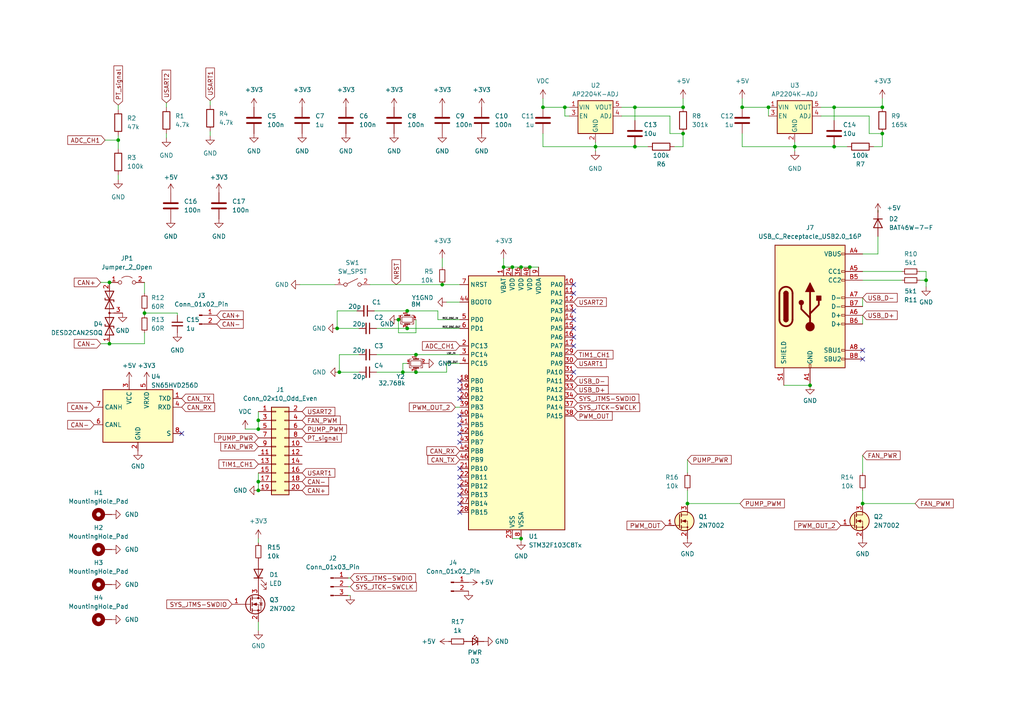
<source format=kicad_sch>
(kicad_sch (version 20230121) (generator eeschema)
  (paper "A4")
  (title_block (title "Cooling DAQ") (date "2025-10-10") (rev "v2025.10"))
  (lib_symbols
    (symbol "Connector:Conn_01x02_Pin" (pin_names (offset 1.016) hide)
      (property "Reference" "J" (at 0 2.54 0))
      (property "Value" "Conn_01x02_Pin" (at 0 -5.08 0))
      (symbol "Conn_01x02_Pin_1_1"
        (pin passive line (at 5.08 0 180) (length 3.81) (name "Pin_1") (number "1"))
        (pin passive line (at 5.08 -2.54 180) (length 3.81) (name "Pin_2") (number "2"))
      )
    )
    (symbol "Connector:Conn_01x03_Pin" (pin_names (offset 1.016) hide)
      (property "Reference" "J" (at 0 5.08 0))
      (property "Value" "Conn_01x03_Pin" (at 0 -5.08 0))
      (symbol "Conn_01x03_Pin_1_1"
        (pin passive line (at 5.08 2.54 180) (length 3.81) (name "Pin_1") (number "1"))
        (pin passive line (at 5.08 0 180) (length 3.81) (name "Pin_2") (number "2"))
        (pin passive line (at 5.08 -2.54 180) (length 3.81) (name "Pin_3") (number "3"))
      )
    )
    (symbol "Connector:USB_C_Receptacle_USB2.0_16P" (pin_names (offset 1.016))
      (property "Reference" "J" (at 0 22.225 0))
      (property "Value" "USB_C_Receptacle_USB2.0_16P" (at 0 19.685 0))
      (symbol "USB_C_Receptacle_USB2.0_16P_1_1"
        (pin passive line (at 0 -22.86 90) (length 5.08) (name "GND") (number "A1"))
        (pin passive line (at 0 -22.86 90) (length 5.08) hide (name "GND") (number "A12"))
        (pin passive line (at 15.24 15.24 180) (length 5.08) (name "VBUS") (number "A4"))
        (pin bidirectional line (at 15.24 10.16 180) (length 5.08) (name "CC1") (number "A5"))
        (pin bidirectional line (at 15.24 -2.54 180) (length 5.08) (name "D+") (number "A6"))
        (pin bidirectional line (at 15.24 2.54 180) (length 5.08) (name "D-") (number "A7"))
        (pin bidirectional line (at 15.24 -12.7 180) (length 5.08) (name "SBU1") (number "A8"))
        (pin passive line (at 15.24 15.24 180) (length 5.08) hide (name "VBUS") (number "A9"))
        (pin passive line (at 0 -22.86 90) (length 5.08) hide (name "GND") (number "B1"))
        (pin passive line (at 0 -22.86 90) (length 5.08) hide (name "GND") (number "B12"))
        (pin passive line (at 15.24 15.24 180) (length 5.08) hide (name "VBUS") (number "B4"))
        (pin bidirectional line (at 15.24 7.62 180) (length 5.08) (name "CC2") (number "B5"))
        (pin bidirectional line (at 15.24 -5.08 180) (length 5.08) (name "D+") (number "B6"))
        (pin bidirectional line (at 15.24 0 180) (length 5.08) (name "D-") (number "B7"))
        (pin bidirectional line (at 15.24 -15.24 180) (length 5.08) (name "SBU2") (number "B8"))
        (pin passive line (at 15.24 15.24 180) (length 5.08) hide (name "VBUS") (number "B9"))
        (pin passive line (at -7.62 -22.86 90) (length 5.08) (name "SHIELD") (number "S1"))
      )
    )
    (symbol "Connector_Generic:Conn_02x10_Odd_Even" (pin_names (offset 1.016) hide)
      (property "Reference" "J" (at 1.27 12.7 0))
      (property "Value" "Conn_02x10_Odd_Even" (at 1.27 -15.24 0))
      (symbol "Conn_02x10_Odd_Even_1_1"
        (pin passive line (at -5.08 10.16 0) (length 3.81) (name "Pin_1") (number "1"))
        (pin passive line (at 7.62 0 180) (length 3.81) (name "Pin_10") (number "10"))
        (pin passive line (at -5.08 -2.54 0) (length 3.81) (name "Pin_11") (number "11"))
        (pin passive line (at 7.62 -2.54 180) (length 3.81) (name "Pin_12") (number "12"))
        (pin passive line (at -5.08 -5.08 0) (length 3.81) (name "Pin_13") (number "13"))
        (pin passive line (at 7.62 -5.08 180) (length 3.81) (name "Pin_14") (number "14"))
        (pin passive line (at -5.08 -7.62 0) (length 3.81) (name "Pin_15") (number "15"))
        (pin passive line (at 7.62 -7.62 180) (length 3.81) (name "Pin_16") (number "16"))
        (pin passive line (at -5.08 -10.16 0) (length 3.81) (name "Pin_17") (number "17"))
        (pin passive line (at 7.62 -10.16 180) (length 3.81) (name "Pin_18") (number "18"))
        (pin passive line (at -5.08 -12.7 0) (length 3.81) (name "Pin_19") (number "19"))
        (pin passive line (at 7.62 10.16 180) (length 3.81) (name "Pin_2") (number "2"))
        (pin passive line (at 7.62 -12.7 180) (length 3.81) (name "Pin_20") (number "20"))
        (pin passive line (at -5.08 7.62 0) (length 3.81) (name "Pin_3") (number "3"))
        (pin passive line (at 7.62 7.62 180) (length 3.81) (name "Pin_4") (number "4"))
        (pin passive line (at -5.08 5.08 0) (length 3.81) (name "Pin_5") (number "5"))
        (pin passive line (at 7.62 5.08 180) (length 3.81) (name "Pin_6") (number "6"))
        (pin passive line (at -5.08 2.54 0) (length 3.81) (name "Pin_7") (number "7"))
        (pin passive line (at 7.62 2.54 180) (length 3.81) (name "Pin_8") (number "8"))
        (pin passive line (at -5.08 0 0) (length 3.81) (name "Pin_9") (number "9"))
      )
    )
    (symbol "Device:C" (pin_numbers hide) (pin_names (offset 0.254))
      (property "Reference" "C" (at 0.635 2.54 0))
      (property "Value" "C" (at 0.635 -2.54 0))
      (symbol "C_1_1"
        (pin passive line (at 0 3.81 270) (length 2.794) (name "~") (number "1"))
        (pin passive line (at 0 -3.81 90) (length 2.794) (name "~") (number "2"))
      )
    )
    (symbol "Device:C_Small" (pin_numbers hide) (pin_names (offset 0.254) hide)
      (property "Reference" "C" (at 0.254 1.778 0))
      (property "Value" "C_Small" (at 0.254 -2.032 0))
      (symbol "C_Small_1_1"
        (pin passive line (at 0 2.54 270) (length 2.032) (name "~") (number "1"))
        (pin passive line (at 0 -2.54 90) (length 2.032) (name "~") (number "2"))
      )
    )
    (symbol "Device:Crystal_GND24_Small" (pin_names (offset 1.016) hide)
      (property "Reference" "Y" (at 1.27 4.445 0))
      (property "Value" "Crystal_GND24_Small" (at 1.27 2.54 0))
      (symbol "Crystal_GND24_Small_1_1"
        (pin passive line (at -2.54 0 0) (length 1.27) (name "1") (number "1"))
        (pin passive line (at 0 -2.54 90) (length 0.635) (name "2") (number "2"))
        (pin passive line (at 2.54 0 180) (length 1.27) (name "3") (number "3"))
        (pin passive line (at 0 2.54 270) (length 0.635) (name "4") (number "4"))
      )
    )
    (symbol "Device:D_TVS_Dual_AAC" (pin_names (offset 1.016) hide)
      (property "Reference" "D" (at 0 4.445 0))
      (property "Value" "D_TVS_Dual_AAC" (at 0 2.54 0))
      (symbol "D_TVS_Dual_AAC_1_1"
        (pin passive line (at -8.89 0 0) (length 2.54) (name "A1") (number "1"))
        (pin passive line (at 8.89 0 180) (length 2.54) (name "A2") (number "2"))
        (pin passive line (at 0 -3.81 90) (length 2.54) (name "common") (number "3"))
      )
    )
    (symbol "Device:LED" (pin_numbers hide) (pin_names (offset 1.016) hide)
      (property "Reference" "D" (at 0 2.54 0))
      (property "Value" "LED" (at 0 -2.54 0))
      (symbol "LED_1_1"
        (pin passive line (at -3.81 0 0) (length 2.54) (name "K") (number "1"))
        (pin passive line (at 3.81 0 180) (length 2.54) (name "A") (number "2"))
      )
    )
    (symbol "Device:LED_Small" (pin_numbers hide) (pin_names (offset 0.254) hide)
      (property "Reference" "D" (at -1.27 3.175 0))
      (property "Value" "LED_Small" (at -4.445 -2.54 0))
      (symbol "LED_Small_1_1"
        (pin passive line (at -2.54 0 0) (length 1.778) (name "K") (number "1"))
        (pin passive line (at 2.54 0 180) (length 1.778) (name "A") (number "2"))
      )
    )
    (symbol "Device:R" (pin_numbers hide) (pin_names (offset 0))
      (property "Reference" "R" (at 2.032 0 90))
      (property "Value" "R" (at 0 0 90))
      (symbol "R_1_1"
        (pin passive line (at 0 3.81 270) (length 1.27) (name "~") (number "1"))
        (pin passive line (at 0 -3.81 90) (length 1.27) (name "~") (number "2"))
      )
    )
    (symbol "Device:R_Small" (pin_numbers hide) (pin_names (offset 0.254) hide)
      (property "Reference" "R" (at 0.762 0.508 0))
      (property "Value" "R_Small" (at 0.762 -1.016 0))
      (symbol "R_Small_1_1"
        (pin passive line (at 0 2.54 270) (length 0.762) (name "~") (number "1"))
        (pin passive line (at 0 -2.54 90) (length 0.762) (name "~") (number "2"))
      )
    )
    (symbol "Diode:1N4148W" (pin_numbers hide) (pin_names hide)
      (property "Reference" "D" (at 0 2.54 0))
      (property "Value" "1N4148W" (at 0 -2.54 0))
      (symbol "1N4148W_1_1"
        (pin passive line (at -3.81 0 0) (length 2.54) (name "K") (number "1"))
        (pin passive line (at 3.81 0 180) (length 2.54) (name "A") (number "2"))
      )
    )
    (symbol "Interface_CAN_LIN:SN65HVD256D"
      (property "Reference" "U" (at -8.89 8.89 0))
      (property "Value" "SN65HVD256D" (at 2.54 8.89 0))
      (symbol "SN65HVD256D_1_1"
        (pin input line (at -12.7 5.08 0) (length 2.54) (name "TXD") (number "1"))
        (pin power_in line (at 0 -10.16 90) (length 2.54) (name "GND") (number "2"))
        (pin power_in line (at 2.54 10.16 270) (length 2.54) (name "VCC") (number "3"))
        (pin output line (at -12.7 2.54 0) (length 2.54) (name "RXD") (number "4"))
        (pin power_in line (at -2.54 10.16 270) (length 2.54) (name "VRXD") (number "5"))
        (pin bidirectional line (at 12.7 -2.54 180) (length 2.54) (name "CANL") (number "6"))
        (pin bidirectional line (at 12.7 2.54 180) (length 2.54) (name "CANH") (number "7"))
        (pin input line (at -12.7 -5.08 0) (length 2.54) (name "S") (number "8"))
      )
    )
    (symbol "Jumper:Jumper_2_Open" (pin_names (offset 0) hide)
      (property "Reference" "JP" (at 0 2.794 0))
      (property "Value" "Jumper_2_Open" (at 0 -2.286 0))
      (symbol "Jumper_2_Open_1_1"
        (pin passive line (at -5.08 0 0) (length 2.54) (name "A") (number "1"))
        (pin passive line (at 5.08 0 180) (length 2.54) (name "B") (number "2"))
      )
    )
    (symbol "MCU_ST_STM32F1:STM32F103C8Tx"
      (property "Reference" "U" (at -12.7 39.37 0))
      (property "Value" "STM32F103C8Tx" (at 10.16 39.37 0))
      (symbol "STM32F103C8Tx_1_1"
        (pin power_in line (at -2.54 40.64 270) (length 2.54) (name "VBAT") (number "1"))
        (pin bidirectional line (at 17.78 35.56 180) (length 2.54) (name "PA0") (number "10"))
        (pin bidirectional line (at 17.78 33.02 180) (length 2.54) (name "PA1") (number "11"))
        (pin bidirectional line (at 17.78 30.48 180) (length 2.54) (name "PA2") (number "12"))
        (pin bidirectional line (at 17.78 27.94 180) (length 2.54) (name "PA3") (number "13"))
        (pin bidirectional line (at 17.78 25.4 180) (length 2.54) (name "PA4") (number "14"))
        (pin bidirectional line (at 17.78 22.86 180) (length 2.54) (name "PA5") (number "15"))
        (pin bidirectional line (at 17.78 20.32 180) (length 2.54) (name "PA6") (number "16"))
        (pin bidirectional line (at 17.78 17.78 180) (length 2.54) (name "PA7") (number "17"))
        (pin bidirectional line (at -15.24 7.62 0) (length 2.54) (name "PB0") (number "18"))
        (pin bidirectional line (at -15.24 5.08 0) (length 2.54) (name "PB1") (number "19"))
        (pin bidirectional line (at -15.24 17.78 0) (length 2.54) (name "PC13") (number "2"))
        (pin bidirectional line (at -15.24 2.54 0) (length 2.54) (name "PB2") (number "20"))
        (pin bidirectional line (at -15.24 -17.78 0) (length 2.54) (name "PB10") (number "21"))
        (pin bidirectional line (at -15.24 -20.32 0) (length 2.54) (name "PB11") (number "22"))
        (pin power_in line (at 0 -38.1 90) (length 2.54) (name "VSS") (number "23"))
        (pin power_in line (at 0 40.64 270) (length 2.54) (name "VDD") (number "24"))
        (pin bidirectional line (at -15.24 -22.86 0) (length 2.54) (name "PB12") (number "25"))
        (pin bidirectional line (at -15.24 -25.4 0) (length 2.54) (name "PB13") (number "26"))
        (pin bidirectional line (at -15.24 -27.94 0) (length 2.54) (name "PB14") (number "27"))
        (pin bidirectional line (at -15.24 -30.48 0) (length 2.54) (name "PB15") (number "28"))
        (pin bidirectional line (at 17.78 15.24 180) (length 2.54) (name "PA8") (number "29"))
        (pin bidirectional line (at -15.24 15.24 0) (length 2.54) (name "PC14") (number "3"))
        (pin bidirectional line (at 17.78 12.7 180) (length 2.54) (name "PA9") (number "30"))
        (pin bidirectional line (at 17.78 10.16 180) (length 2.54) (name "PA10") (number "31"))
        (pin bidirectional line (at 17.78 7.62 180) (length 2.54) (name "PA11") (number "32"))
        (pin bidirectional line (at 17.78 5.08 180) (length 2.54) (name "PA12") (number "33"))
        (pin bidirectional line (at 17.78 2.54 180) (length 2.54) (name "PA13") (number "34"))
        (pin passive line (at 0 -38.1 90) (length 2.54) hide (name "VSS") (number "35"))
        (pin power_in line (at 2.54 40.64 270) (length 2.54) (name "VDD") (number "36"))
        (pin bidirectional line (at 17.78 0 180) (length 2.54) (name "PA14") (number "37"))
        (pin bidirectional line (at 17.78 -2.54 180) (length 2.54) (name "PA15") (number "38"))
        (pin bidirectional line (at -15.24 0 0) (length 2.54) (name "PB3") (number "39"))
        (pin bidirectional line (at -15.24 12.7 0) (length 2.54) (name "PC15") (number "4"))
        (pin bidirectional line (at -15.24 -2.54 0) (length 2.54) (name "PB4") (number "40"))
        (pin bidirectional line (at -15.24 -5.08 0) (length 2.54) (name "PB5") (number "41"))
        (pin bidirectional line (at -15.24 -7.62 0) (length 2.54) (name "PB6") (number "42"))
        (pin bidirectional line (at -15.24 -10.16 0) (length 2.54) (name "PB7") (number "43"))
        (pin input line (at -15.24 30.48 0) (length 2.54) (name "BOOT0") (number "44"))
        (pin bidirectional line (at -15.24 -12.7 0) (length 2.54) (name "PB8") (number "45"))
        (pin bidirectional line (at -15.24 -15.24 0) (length 2.54) (name "PB9") (number "46"))
        (pin passive line (at 0 -38.1 90) (length 2.54) hide (name "VSS") (number "47"))
        (pin power_in line (at 5.08 40.64 270) (length 2.54) (name "VDD") (number "48"))
        (pin bidirectional line (at -15.24 25.4 0) (length 2.54) (name "PD0") (number "5"))
        (pin bidirectional line (at -15.24 22.86 0) (length 2.54) (name "PD1") (number "6"))
        (pin input line (at -15.24 35.56 0) (length 2.54) (name "NRST") (number "7"))
        (pin power_in line (at 2.54 -38.1 90) (length 2.54) (name "VSSA") (number "8"))
        (pin power_in line (at 7.62 40.64 270) (length 2.54) (name "VDDA") (number "9"))
      )
    )
    (symbol "Mechanical:MountingHole_Pad" (pin_numbers hide) (pin_names (offset 1.016) hide)
      (property "Reference" "H" (at 0 6.35 0))
      (property "Value" "MountingHole_Pad" (at 0 4.445 0))
      (symbol "MountingHole_Pad_1_1"
        (pin input line (at 0 -2.54 90) (length 2.54) (name "1") (number "1"))
      )
    )
    (symbol "PCM_Transistor_MOSFET_AKL:2N7002" (pin_names hide)
      (property "Reference" "Q" (at 5.08 1.27 0))
      (property "Value" "2N7002" (at 5.08 -1.27 0))
      (symbol "2N7002_1_1"
        (pin input line (at -3.81 -1.27 0) (length 2.54) (name "G") (number "1"))
        (pin passive line (at 2.54 -5.08 90) (length 2.54) (name "S") (number "2"))
        (pin passive line (at 2.54 5.08 270) (length 2.54) (name "D") (number "3"))
      )
    )
    (symbol "Regulator_Linear:AP2204K-ADJ" (pin_names (offset 0.254))
      (property "Reference" "U" (at -5.08 5.715 0))
      (property "Value" "AP2204K-ADJ" (at 0 5.715 0))
      (symbol "AP2204K-ADJ_1_1"
        (pin power_in line (at -7.62 2.54 0) (length 2.54) (name "VIN") (number "1"))
        (pin power_in line (at 0 -7.62 90) (length 2.54) (name "GND") (number "2"))
        (pin input line (at -7.62 0 0) (length 2.54) (name "EN") (number "3"))
        (pin input line (at 7.62 0 180) (length 2.54) (name "ADJ") (number "4"))
        (pin power_out line (at 7.62 2.54 180) (length 2.54) (name "VOUT") (number "5"))
      )
    )
    (symbol "Switch:SW_SPST" (pin_names (offset 0) hide)
      (property "Reference" "SW" (at 0 3.175 0))
      (property "Value" "SW_SPST" (at 0 -2.54 0))
      (symbol "SW_SPST_1_1"
        (pin passive line (at -5.08 0 0) (length 2.54) (name "A") (number "1"))
        (pin passive line (at 5.08 0 180) (length 2.54) (name "B") (number "2"))
      )
    )
    (symbol "Transistor_FET:2N7002" (pin_names hide)
      (property "Reference" "Q" (at 5.08 1.905 0))
      (property "Value" "2N7002" (at 5.08 0 0))
      (symbol "2N7002_1_1"
        (pin input line (at -5.08 0 0) (length 2.54) (name "G") (number "1"))
        (pin passive line (at 2.54 -5.08 90) (length 2.54) (name "S") (number "2"))
        (pin passive line (at 2.54 5.08 270) (length 2.54) (name "D") (number "3"))
      )
    )
    (symbol "power:+3V3" (power) (pin_names (offset 0))
      (property "Value" "+3V3" (at 0 3.556 0))
      (symbol "+3V3_1_1"
        (pin power_in line (at 0 0 90) (length 0) hide (name "+3V3") (number "1"))
      )
    )
    (symbol "power:+5V" (power) (pin_names (offset 0))
      (property "Value" "+5V" (at 0 3.556 0))
      (symbol "+5V_1_1"
        (pin power_in line (at 0 0 90) (length 0) hide (name "+5V") (number "1"))
      )
    )
    (symbol "power:GND" (power) (pin_names (offset 0))
      (property "Value" "GND" (at 0 -3.81 0))
      (symbol "GND_1_1"
        (pin power_in line (at 0 0 270) (length 0) hide (name "GND") (number "1"))
      )
    )
    (symbol "power:VDC" (power) (pin_names (offset 0))
      (property "Value" "VDC" (at 0 6.35 0))
      (symbol "VDC_1_1"
        (pin power_in line (at 0 0 90) (length 0) hide (name "VDC") (number "1"))
      )
    )
  )
  (junction (at 74.93 121.92))
  (junction (at 241.935 31.115))
  (junction (at 97.79 95.25))
  (junction (at 153.67 77.47))
  (junction (at 184.15 31.115))
  (junction (at 74.93 139.7))
  (junction (at 230.505 42.545))
  (junction (at 98.425 107.95))
  (junction (at 222.885 31.115))
  (junction (at 148.59 77.47))
  (junction (at 146.05 77.47))
  (junction (at 241.935 42.545))
  (junction (at 128.27 82.55))
  (junction (at 31.75 99.695))
  (junction (at 198.12 31.115))
  (junction (at 151.13 77.47))
  (junction (at 31.75 81.915))
  (junction (at 74.93 124.46))
  (junction (at 268.605 81.28))
  (junction (at 234.95 111.76))
  (junction (at 120.65 102.87))
  (junction (at 74.93 142.24))
  (junction (at 116.84 107.95))
  (junction (at 255.905 38.735))
  (junction (at 163.83 31.115))
  (junction (at 184.15 42.545))
  (junction (at 118.11 95.25))
  (junction (at 34.29 40.64))
  (junction (at 198.12 38.735))
  (junction (at 41.91 90.805))
  (junction (at 118.11 90.17))
  (junction (at 120.65 107.95))
  (junction (at 151.13 156.21))
  (junction (at 199.39 146.05))
  (junction (at 172.72 42.545))
  (junction (at 157.48 31.115))
  (junction (at 115.57 92.71))
  (junction (at 215.265 31.115))
  (junction (at 255.905 31.115))
  (junction (at 250.19 146.05))
  (no_connect (at 52.705 125.73))
  (no_connect (at 166.37 85.09))
  (no_connect (at 133.35 113.03))
  (no_connect (at 133.35 146.05))
  (no_connect (at 166.37 82.55))
  (no_connect (at 133.35 128.27))
  (no_connect (at 133.35 148.59))
  (no_connect (at 133.35 120.65))
  (no_connect (at 166.37 95.25))
  (no_connect (at 133.35 143.51))
  (no_connect (at 250.19 104.14))
  (no_connect (at 166.37 100.33))
  (no_connect (at 166.37 90.17))
  (no_connect (at 133.35 125.73))
  (no_connect (at 166.37 107.95))
  (no_connect (at 133.35 123.19))
  (no_connect (at 133.35 138.43))
  (no_connect (at 133.35 140.97))
  (no_connect (at 166.37 97.79))
  (no_connect (at 133.35 135.89))
  (no_connect (at 133.35 110.49))
  (no_connect (at 166.37 92.71))
  (no_connect (at 133.35 115.57))
  (no_connect (at 250.19 101.6))
  (wire (pts (xy 250.19 146.05) (xy 265.43 146.05)))
  (wire (pts (xy 107.315 82.55) (xy 128.27 82.55)))
  (wire (pts (xy 180.34 33.655) (xy 194.31 33.655)))
  (wire (pts (xy 100.965 170.18) (xy 101.6 170.18)))
  (wire (pts (xy 51.435 90.805) (xy 51.435 91.44)))
  (wire (pts (xy 268.605 78.74) (xy 268.605 81.28)))
  (wire (pts (xy 41.91 90.805) (xy 41.91 91.44)))
  (wire (pts (xy 74.93 137.16) (xy 74.93 139.7)))
  (wire (pts (xy 241.935 31.115) (xy 241.935 34.925)))
  (wire (pts (xy 163.83 33.655) (xy 165.1 33.655)))
  (wire (pts (xy 98.425 102.87) (xy 104.14 102.87)))
  (wire (pts (xy 74.93 156.21) (xy 74.93 157.48)))
  (wire (pts (xy 108.585 90.17) (xy 118.11 90.17)))
  (wire (pts (xy 100.965 172.72) (xy 101.6 172.72)))
  (wire (pts (xy 128.27 82.55) (xy 133.35 82.55)))
  (wire (pts (xy 163.83 31.115) (xy 165.1 31.115)))
  (wire (pts (xy 129.54 105.41) (xy 133.35 105.41)))
  (wire (pts (xy 151.13 77.47) (xy 153.67 77.47)))
  (wire (pts (xy 129.54 87.63) (xy 133.35 87.63)))
  (wire (pts (xy 127 92.71) (xy 127 90.17)))
  (wire (pts (xy 148.59 156.21) (xy 151.13 156.21)))
  (wire (pts (xy 198.12 28.575) (xy 198.12 31.115)))
  (wire (pts (xy 98.425 107.95) (xy 98.425 102.87)))
  (wire (pts (xy 74.93 182.88) (xy 74.93 180.34)))
  (wire (pts (xy 215.265 28.575) (xy 215.265 31.115)))
  (wire (pts (xy 74.93 119.38) (xy 74.93 121.92)))
  (wire (pts (xy 41.91 90.17) (xy 41.91 90.805)))
  (wire (pts (xy 157.48 38.735) (xy 157.48 42.545)))
  (wire (pts (xy 241.935 31.115) (xy 255.905 31.115)))
  (wire (pts (xy 180.34 31.115) (xy 184.15 31.115)))
  (wire (pts (xy 100.965 167.64) (xy 101.6 167.64)))
  (wire (pts (xy 198.12 42.545) (xy 198.12 38.735)))
  (wire (pts (xy 146.05 77.47) (xy 148.59 77.47)))
  (wire (pts (xy 172.72 41.275) (xy 172.72 42.545)))
  (wire (pts (xy 255.905 28.575) (xy 255.905 31.115)))
  (wire (pts (xy 97.79 95.25) (xy 97.79 90.17)))
  (wire (pts (xy 157.48 31.115) (xy 163.83 31.115)))
  (wire (pts (xy 163.83 31.115) (xy 163.83 33.655)))
  (wire (pts (xy 252.095 33.655) (xy 252.095 38.735)))
  (wire (pts (xy 34.29 39.37) (xy 34.29 40.64)))
  (wire (pts (xy 230.505 42.545) (xy 241.935 42.545)))
  (wire (pts (xy 98.425 107.95) (xy 104.14 107.95)))
  (wire (pts (xy 266.7 78.74) (xy 268.605 78.74)))
  (wire (pts (xy 41.91 99.695) (xy 41.91 96.52)))
  (wire (pts (xy 109.22 107.95) (xy 116.84 107.95)))
  (wire (pts (xy 238.125 33.655) (xy 252.095 33.655)))
  (wire (pts (xy 268.605 81.28) (xy 266.7 81.28)))
  (wire (pts (xy 120.65 92.71) (xy 120.65 96.52)))
  (wire (pts (xy 184.15 42.545) (xy 187.96 42.545)))
  (wire (pts (xy 60.96 38.1) (xy 60.96 39.37)))
  (wire (pts (xy 195.58 42.545) (xy 198.12 42.545)))
  (wire (pts (xy 148.59 77.47) (xy 151.13 77.47)))
  (wire (pts (xy 199.39 142.24) (xy 199.39 146.05)))
  (wire (pts (xy 250.19 81.28) (xy 261.62 81.28)))
  (wire (pts (xy 116.84 105.41) (xy 116.84 107.95)))
  (wire (pts (xy 34.29 50.8) (xy 34.29 52.07)))
  (wire (pts (xy 109.22 95.25) (xy 118.11 95.25)))
  (wire (pts (xy 31.75 99.695) (xy 41.91 99.695)))
  (wire (pts (xy 127 92.71) (xy 133.35 92.71)))
  (wire (pts (xy 230.505 42.545) (xy 230.505 43.815)))
  (wire (pts (xy 254.635 61.595) (xy 254.635 60.96)))
  (wire (pts (xy 238.125 31.115) (xy 241.935 31.115)))
  (wire (pts (xy 41.91 90.805) (xy 51.435 90.805)))
  (wire (pts (xy 172.72 42.545) (xy 184.15 42.545)))
  (wire (pts (xy 34.29 40.64) (xy 34.29 43.18)))
  (wire (pts (xy 215.265 31.115) (xy 222.885 31.115)))
  (wire (pts (xy 241.935 42.545) (xy 245.745 42.545)))
  (wire (pts (xy 199.39 146.05) (xy 214.63 146.05)))
  (wire (pts (xy 48.26 38.735) (xy 48.26 40.005)))
  (wire (pts (xy 120.65 102.87) (xy 133.35 102.87)))
  (wire (pts (xy 184.15 31.115) (xy 198.12 31.115)))
  (wire (pts (xy 74.93 139.7) (xy 74.93 142.24)))
  (wire (pts (xy 115.57 96.52) (xy 115.57 92.71)))
  (wire (pts (xy 109.22 102.87) (xy 120.65 102.87)))
  (wire (pts (xy 215.265 42.545) (xy 230.505 42.545)))
  (wire (pts (xy 60.96 29.21) (xy 60.96 30.48)))
  (wire (pts (xy 194.31 38.735) (xy 198.12 38.735)))
  (wire (pts (xy 199.39 137.16) (xy 199.39 133.35)))
  (wire (pts (xy 118.11 95.25) (xy 133.35 95.25)))
  (wire (pts (xy 230.505 41.275) (xy 230.505 42.545)))
  (wire (pts (xy 34.29 30.48) (xy 34.29 31.75)))
  (wire (pts (xy 118.11 90.17) (xy 127 90.17)))
  (wire (pts (xy 120.65 96.52) (xy 115.57 96.52)))
  (wire (pts (xy 184.15 31.115) (xy 184.15 34.925)))
  (wire (pts (xy 252.095 38.735) (xy 255.905 38.735)))
  (wire (pts (xy 132.08 118.11) (xy 133.35 118.11)))
  (wire (pts (xy 254.635 68.58) (xy 254.635 73.66)))
  (wire (pts (xy 151.13 156.21) (xy 151.13 156.845)))
  (wire (pts (xy 250.19 91.44) (xy 250.19 93.98)))
  (wire (pts (xy 129.54 107.95) (xy 129.54 105.41)))
  (wire (pts (xy 97.79 90.17) (xy 103.505 90.17)))
  (wire (pts (xy 71.12 124.46) (xy 74.93 124.46)))
  (wire (pts (xy 118.11 105.41) (xy 116.84 105.41)))
  (wire (pts (xy 194.31 33.655) (xy 194.31 38.735)))
  (wire (pts (xy 268.605 81.28) (xy 268.605 83.185)))
  (wire (pts (xy 48.26 29.845) (xy 48.26 31.115)))
  (wire (pts (xy 41.91 85.09) (xy 41.91 81.915)))
  (wire (pts (xy 86.995 82.55) (xy 97.155 82.55)))
  (wire (pts (xy 222.885 31.115) (xy 222.885 33.655)))
  (wire (pts (xy 146.05 74.93) (xy 146.05 77.47)))
  (wire (pts (xy 157.48 42.545) (xy 172.72 42.545)))
  (wire (pts (xy 120.65 107.95) (xy 129.54 107.95)))
  (wire (pts (xy 215.265 38.735) (xy 215.265 42.545)))
  (wire (pts (xy 254.635 73.66) (xy 250.19 73.66)))
  (wire (pts (xy 255.905 42.545) (xy 255.905 38.735)))
  (wire (pts (xy 30.48 40.64) (xy 34.29 40.64)))
  (wire (pts (xy 250.19 142.24) (xy 250.19 146.05)))
  (wire (pts (xy 116.84 107.95) (xy 120.65 107.95)))
  (wire (pts (xy 250.19 137.16) (xy 250.19 132.08)))
  (wire (pts (xy 172.72 42.545) (xy 172.72 43.815)))
  (wire (pts (xy 261.62 78.74) (xy 250.19 78.74)))
  (wire (pts (xy 29.21 81.915) (xy 31.75 81.915)))
  (wire (pts (xy 157.48 28.575) (xy 157.48 31.115)))
  (wire (pts (xy 128.27 74.93) (xy 128.27 77.47)))
  (wire (pts (xy 97.79 95.25) (xy 104.14 95.25)))
  (wire (pts (xy 227.33 111.76) (xy 234.95 111.76)))
  (wire (pts (xy 29.21 99.695) (xy 31.75 99.695)))
  (wire (pts (xy 74.93 121.92) (xy 74.93 124.46)))
  (wire (pts (xy 153.67 77.47) (xy 156.21 77.47)))
  (wire (pts (xy 253.365 42.545) (xy 255.905 42.545)))
  (wire (pts (xy 250.19 86.36) (xy 250.19 88.9)))
  (label "RCC_OSC_IN" (at 128.27 92.71 0) (effects (font (size 0.5 0.5))))
  (label "RCC_OSC_OUT" (at 128.27 95.25 0) (effects (font (size 0.5 0.5))))
  (label "LSE_IN" (at 129.54 102.87 0) (effects (font (size 0.5 0.5))))
  (label "LSE_OUT" (at 129.54 105.41 0) (effects (font (size 0.5 0.5))))
  (global_label "USART1" (shape input) (at 87.63 137.16 0) (property "Intersheetrefs" "${INTERSHEET_REFS}" (effects hide)))
  (global_label "CAN-" (shape input) (at 62.865 93.98 0) (property "Intersheetrefs" "${INTERSHEET_REFS}" (effects hide)))
  (global_label "USB_D-" (shape input) (at 250.19 86.36 0) (property "Intersheetrefs" "${INTERSHEET_REFS}" (effects hide)))
  (global_label "TIM1_CH1" (shape input) (at 166.37 102.87 0) (property "Intersheetrefs" "${INTERSHEET_REFS}" (effects hide)))
  (global_label "PT_signal" (shape input) (at 87.63 127 0) (property "Intersheetrefs" "${INTERSHEET_REFS}" (effects hide)))
  (global_label "USB_D+" (shape input) (at 250.19 91.44 0) (property "Intersheetrefs" "${INTERSHEET_REFS}" (effects hide)))
  (global_label "SYS_JTCK-SWCLK" (shape input) (at 101.6 170.18 0) (property "Intersheetrefs" "${INTERSHEET_REFS}" (effects hide)))
  (global_label "FAN_PWM" (shape input) (at 265.43 146.05 0) (property "Intersheetrefs" "${INTERSHEET_REFS}" (effects hide)))
  (global_label "CAN-" (shape input) (at 87.63 139.7 0) (property "Intersheetrefs" "${INTERSHEET_REFS}" (effects hide)))
  (global_label "FAN_PWR" (shape input) (at 74.93 129.54 180) (property "Intersheetrefs" "${INTERSHEET_REFS}" (effects hide)))
  (global_label "PWM_OUT" (shape input) (at 193.04 152.4 180) (property "Intersheetrefs" "${INTERSHEET_REFS}" (effects hide)))
  (global_label "SYS_JTMS-SWDIO" (shape input) (at 166.37 115.57 0) (property "Intersheetrefs" "${INTERSHEET_REFS}" (effects hide)))
  (global_label "CAN+" (shape input) (at 27.305 118.11 180) (property "Intersheetrefs" "${INTERSHEET_REFS}" (effects hide)))
  (global_label "PWM_OUT_2" (shape input) (at 243.84 152.4 180) (property "Intersheetrefs" "${INTERSHEET_REFS}" (effects hide)))
  (global_label "FAN_PWM" (shape input) (at 87.63 121.92 0) (property "Intersheetrefs" "${INTERSHEET_REFS}" (effects hide)))
  (global_label "PUMP_PWM" (shape input) (at 214.63 146.05 0) (property "Intersheetrefs" "${INTERSHEET_REFS}" (effects hide)))
  (global_label "NRST" (shape input) (at 114.935 82.55 90) (property "Intersheetrefs" "${INTERSHEET_REFS}" (effects hide)))
  (global_label "TIM1_CH1" (shape input) (at 74.93 134.62 180) (property "Intersheetrefs" "${INTERSHEET_REFS}" (effects hide)))
  (global_label "ADC_CH1" (shape input) (at 133.35 100.33 180) (property "Intersheetrefs" "${INTERSHEET_REFS}" (effects hide)))
  (global_label "CAN_RX" (shape input) (at 52.705 118.11 0) (property "Intersheetrefs" "${INTERSHEET_REFS}" (effects hide)))
  (global_label "USART1" (shape input) (at 60.96 29.21 90) (property "Intersheetrefs" "${INTERSHEET_REFS}" (effects hide)))
  (global_label "ADC_CH1" (shape input) (at 30.48 40.64 180) (property "Intersheetrefs" "${INTERSHEET_REFS}" (effects hide)))
  (global_label "USART2" (shape input) (at 48.26 29.845 90) (property "Intersheetrefs" "${INTERSHEET_REFS}" (effects hide)))
  (global_label "CAN+" (shape input) (at 62.865 91.44 0) (property "Intersheetrefs" "${INTERSHEET_REFS}" (effects hide)))
  (global_label "CAN_RX" (shape input) (at 133.35 130.81 180) (property "Intersheetrefs" "${INTERSHEET_REFS}" (effects hide)))
  (global_label "CAN-" (shape input) (at 29.21 99.695 180) (property "Intersheetrefs" "${INTERSHEET_REFS}" (effects hide)))
  (global_label "USART2" (shape input) (at 87.63 119.38 0) (property "Intersheetrefs" "${INTERSHEET_REFS}" (effects hide)))
  (global_label "PWM_OUT" (shape input) (at 166.37 120.65 0) (property "Intersheetrefs" "${INTERSHEET_REFS}" (effects hide)))
  (global_label "PUMP_PWM" (shape input) (at 87.63 124.46 0) (property "Intersheetrefs" "${INTERSHEET_REFS}" (effects hide)))
  (global_label "CAN+" (shape input) (at 87.63 142.24 0) (property "Intersheetrefs" "${INTERSHEET_REFS}" (effects hide)))
  (global_label "CAN_TX" (shape input) (at 52.705 115.57 0) (property "Intersheetrefs" "${INTERSHEET_REFS}" (effects hide)))
  (global_label "SYS_JTMS-SWDIO" (shape input) (at 101.6 167.64 0) (property "Intersheetrefs" "${INTERSHEET_REFS}" (effects hide)))
  (global_label "USART1" (shape input) (at 166.37 105.41 0) (property "Intersheetrefs" "${INTERSHEET_REFS}" (effects hide)))
  (global_label "PT_signal" (shape input) (at 34.29 30.48 90) (property "Intersheetrefs" "${INTERSHEET_REFS}" (effects hide)))
  (global_label "SYS_JTMS-SWDIO" (shape input) (at 67.31 175.26 180) (property "Intersheetrefs" "${INTERSHEET_REFS}" (effects hide)))
  (global_label "PUMP_PWR" (shape input) (at 199.39 133.35 0) (property "Intersheetrefs" "${INTERSHEET_REFS}" (effects hide)))
  (global_label "USB_D-" (shape input) (at 166.37 110.49 0) (property "Intersheetrefs" "${INTERSHEET_REFS}" (effects hide)))
  (global_label "USART2" (shape input) (at 166.37 87.63 0) (property "Intersheetrefs" "${INTERSHEET_REFS}" (effects hide)))
  (global_label "SYS_JTCK-SWCLK" (shape input) (at 166.37 118.11 0) (property "Intersheetrefs" "${INTERSHEET_REFS}" (effects hide)))
  (global_label "PUMP_PWR" (shape input) (at 74.93 127 180) (property "Intersheetrefs" "${INTERSHEET_REFS}" (effects hide)))
  (global_label "CAN-" (shape input) (at 27.305 123.19 180) (property "Intersheetrefs" "${INTERSHEET_REFS}" (effects hide)))
  (global_label "FAN_PWR" (shape input) (at 250.19 132.08 0) (property "Intersheetrefs" "${INTERSHEET_REFS}" (effects hide)))
  (global_label "CAN_TX" (shape input) (at 133.35 133.35 180) (property "Intersheetrefs" "${INTERSHEET_REFS}" (effects hide)))
  (global_label "CAN+" (shape input) (at 29.21 81.915 180) (property "Intersheetrefs" "${INTERSHEET_REFS}" (effects hide)))
  (global_label "USB_D+" (shape input) (at 166.37 113.03 0) (property "Intersheetrefs" "${INTERSHEET_REFS}" (effects hide)))
  (global_label "PWM_OUT_2" (shape input) (at 132.08 118.11 180) (property "Intersheetrefs" "${INTERSHEET_REFS}" (effects hide)))
  (symbol (lib_id "Device:C_Small") (at 51.435 93.98 0) (unit 1)
    (property "Reference" "C15" (at 53.975 92.7163 0) (effects (justify left)))
    (property "Value" "1u" (at 53.975 95.2563 0) (effects (justify left)))
    (property "Footprint" "Capacitor_SMD:C_0603_1608Metric" (effects hide))
  )
  (symbol (lib_id "Device:R_Small") (at 74.93 160.02 0) (unit 1)
    (property "Reference" "R15" (at 77.47 158.75 0) (effects (justify left)))
    (property "Value" "10k" (at 77.47 161.29 0) (effects (justify left)))
    (property "Footprint" "Resistor_SMD:R_0603_1608Metric" (effects hide))
  )
  (symbol (lib_id "Mechanical:MountingHole_Pad") (at 29.845 179.705 90) (unit 1)
    (property "Reference" "H4" (at 28.575 173.355 90))
    (property "Value" "MountingHole_Pad" (at 28.575 175.895 90))
    (property "Footprint" "MountingHole:MountingHole_3.2mm_M3_ISO14580_Pad" (effects hide))
  )
  (symbol (lib_id "Device:R_Small") (at 128.27 80.01 0) (unit 1)
    (property "Reference" "R5" (at 125.73 78.74 0) (effects (justify right)))
    (property "Value" "10k" (at 125.73 81.28 0) (effects (justify right)))
    (property "Footprint" "Resistor_SMD:R_0603_1608Metric" (effects hide))
  )
  (symbol (lib_id "Mechanical:MountingHole_Pad") (at 29.845 169.545 90) (unit 1)
    (property "Reference" "H3" (at 28.575 163.195 90))
    (property "Value" "MountingHole_Pad" (at 28.575 165.735 90))
    (property "Footprint" "MountingHole:MountingHole_3.2mm_M3_ISO14580_Pad" (effects hide))
  )
  (symbol (lib_id "power:GND") (at 230.505 43.815 0) (unit 1)
    (property "Reference" "#PWR043" (effects hide))
    (property "Value" "GND" (at 230.505 48.895 0))
  )
  (symbol (lib_id "power:+3V3") (at 74.93 156.21 0) (unit 1)
    (property "Reference" "#PWR08" (effects hide))
    (property "Value" "+3V3" (at 74.93 151.13 0))
  )
  (symbol (lib_id "Device:C") (at 157.48 34.925 0) (unit 1)
    (property "Reference" "C11" (at 151.13 33.655 0) (effects (justify left)))
    (property "Value" "1u" (at 152.4 36.195 0) (effects (justify left)))
    (property "Footprint" "Resistor_SMD:R_0603_1608Metric" (effects hide))
  )
  (symbol (lib_id "Device:LED") (at 74.93 166.37 90) (unit 1)
    (property "Reference" "D1" (at 78.105 166.6875 90) (effects (justify right)))
    (property "Value" "LED" (at 78.105 169.2275 90) (effects (justify right)))
    (property "Footprint" "LED_SMD:LED_0805_2012Metric" (effects hide))
  )
  (symbol (lib_id "power:+3V3") (at 128.27 31.115 0) (unit 1)
    (property "Reference" "#PWR035" (effects hide))
    (property "Value" "+3V3" (at 128.27 26.035 0))
  )
  (symbol (lib_id "power:GND") (at 73.66 38.735 0) (unit 1)
    (property "Reference" "#PWR028" (effects hide))
    (property "Value" "GND" (at 73.66 43.815 0))
  )
  (symbol (lib_id "PCM_Transistor_MOSFET_AKL:2N7002") (at 247.65 151.13 0) (unit 1)
    (property "Reference" "Q2" (at 253.365 149.86 0) (effects (justify left)))
    (property "Value" "2N7002" (at 253.365 152.4 0) (effects (justify left)))
    (property "Footprint" "Package_TO_SOT_SMD:SOT-23" (effects hide))
    (property "Datasheet" "https://www.tme.eu/Document/7df5cae36abdfcedddb681f5be886f05/2N7000.pdf" (effects hide))
  )
  (symbol (lib_id "Device:C") (at 87.63 34.925 0) (unit 1)
    (property "Reference" "C7" (at 91.44 33.655 0) (effects (justify left)))
    (property "Value" "1u" (at 91.44 36.195 0) (effects (justify left)))
    (property "Footprint" "Resistor_SMD:R_0603_1608Metric" (effects hide))
  )
  (symbol (lib_id "power:+3V3") (at 114.3 31.115 0) (unit 1)
    (property "Reference" "#PWR033" (effects hide))
    (property "Value" "+3V3" (at 114.3 26.035 0))
  )
  (symbol (lib_id "power:+3V3") (at 255.905 28.575 0) (unit 1)
    (property "Reference" "#PWR046" (effects hide))
    (property "Value" "+3V3" (at 255.905 23.495 0))
  )
  (symbol (lib_id "MCU_ST_STM32F1:STM32F103C8Tx") (at 148.59 118.11 0) (unit 1)
    (property "Reference" "U1" (at 153.3241 155.575 0) (effects (justify left)))
    (property "Value" "STM32F103C8Tx" (at 153.3241 158.115 0) (effects (justify left)))
    (property "Footprint" "Package_QFP:LQFP-48_7x7mm_P0.5mm" (effects hide))
    (property "Datasheet" "https://www.st.com/resource/en/datasheet/stm32f103c8.pdf" (effects hide))
  )
  (symbol (lib_id "Device:R_Small") (at 264.16 78.74 90) (unit 1)
    (property "Reference" "R10" (at 264.16 73.66 90))
    (property "Value" "5k1" (at 264.16 76.2 90))
    (property "Footprint" "Resistor_SMD:R_0603_1608Metric" (effects hide))
  )
  (symbol (lib_id "power:GND") (at 32.385 149.225 90) (unit 1)
    (property "Reference" "#PWR01" (effects hide))
    (property "Value" "GND" (at 36.195 149.225 90) (effects (justify right)))
  )
  (symbol (lib_id "power:+3V3") (at 100.33 31.115 0) (unit 1)
    (property "Reference" "#PWR029" (effects hide))
    (property "Value" "+3V3" (at 100.33 26.035 0))
  )
  (symbol (lib_id "power:+5V") (at 37.465 110.49 0) (unit 1)
    (property "Reference" "#PWR049" (effects hide))
    (property "Value" "+5V" (at 37.465 106.045 0))
  )
  (symbol (lib_id "Device:C") (at 241.935 38.735 0) (unit 1)
    (property "Reference" "C14" (at 244.475 36.195 0) (effects (justify left)))
    (property "Value" "10u" (at 244.475 38.735 0) (effects (justify left)))
    (property "Footprint" "Resistor_SMD:R_0805_2012Metric" (effects hide))
  )
  (symbol (lib_id "power:GND") (at 32.385 169.545 90) (unit 1)
    (property "Reference" "#PWR03" (effects hide))
    (property "Value" "GND" (at 36.195 169.545 90) (effects (justify right)))
  )
  (symbol (lib_id "power:+5V") (at 135.89 168.91 270) (unit 1)
    (property "Reference" "#PWR011" (effects hide))
    (property "Value" "+5V" (at 139.065 168.91 90) (effects (justify left)))
  )
  (symbol (lib_id "Device:C_Small") (at 106.68 107.95 270) (unit 1)
    (property "Reference" "C4" (at 109.855 106.045 90))
    (property "Value" "20p" (at 104.14 109.22 90))
    (property "Footprint" "Capacitor_SMD:C_0603_1608Metric" (effects hide))
  )
  (symbol (lib_id "Device:R_Small") (at 264.16 81.28 90) (mirror x) (unit 1)
    (property "Reference" "R11" (at 264.16 86.995 90))
    (property "Value" "5k1" (at 264.16 84.455 90))
    (property "Footprint" "Resistor_SMD:R_0603_1608Metric" (effects hide))
  )
  (symbol (lib_id "Device:R") (at 60.96 34.29 0) (unit 1)
    (property "Reference" "R4" (at 63.5 33.02 0) (effects (justify left)))
    (property "Value" "4.7k" (at 63.5 35.56 0) (effects (justify left)))
    (property "Footprint" "Resistor_SMD:R_0603_1608Metric" (effects hide))
  )
  (symbol (lib_id "Device:C") (at 100.33 34.925 0) (unit 1)
    (property "Reference" "C6" (at 104.14 33.655 0) (effects (justify left)))
    (property "Value" "100n" (at 104.14 36.195 0) (effects (justify left)))
    (property "Footprint" "Resistor_SMD:R_0603_1608Metric" (effects hide))
  )
  (symbol (lib_id "power:GND") (at 74.93 182.88 0) (unit 1)
    (property "Reference" "#PWR09" (effects hide))
    (property "Value" "GND" (at 74.93 187.325 0))
  )
  (symbol (lib_id "power:GND") (at 98.425 107.95 270) (unit 1)
    (property "Reference" "#PWR014" (effects hide))
    (property "Value" "GND" (at 94.615 107.95 90) (effects (justify right)))
  )
  (symbol (lib_id "power:+3V3") (at 42.545 110.49 0) (unit 1)
    (property "Reference" "#PWR051" (effects hide))
    (property "Value" "+3V3" (at 42.545 106.045 0))
  )
  (symbol (lib_id "power:GND") (at 34.29 52.07 0) (unit 1)
    (property "Reference" "#PWR06" (effects hide))
    (property "Value" "GND" (at 34.29 57.15 0))
  )
  (symbol (lib_id "power:GND") (at 32.385 159.385 90) (unit 1)
    (property "Reference" "#PWR02" (effects hide))
    (property "Value" "GND" (at 36.195 159.385 90) (effects (justify right)))
  )
  (symbol (lib_id "Mechanical:MountingHole_Pad") (at 29.845 159.385 90) (unit 1)
    (property "Reference" "H2" (at 28.575 153.035 90))
    (property "Value" "MountingHole_Pad" (at 28.575 155.575 90))
    (property "Footprint" "MountingHole:MountingHole_3.2mm_M3_ISO14580_Pad" (effects hide))
  )
  (symbol (lib_id "Connector:Conn_01x02_Pin") (at 57.785 91.44 0) (unit 1)
    (property "Reference" "J3" (at 58.42 85.725 0))
    (property "Value" "Conn_01x02_Pin" (at 58.42 88.265 0))
    (property "Footprint" "Connector_PinHeader_2.54mm:PinHeader_1x02_P2.54mm_Vertical" (effects hide))
  )
  (symbol (lib_id "power:GND") (at 172.72 43.815 0) (unit 1)
    (property "Reference" "#PWR042" (effects hide))
    (property "Value" "GND" (at 172.72 48.895 0))
  )
  (symbol (lib_id "power:GND") (at 140.335 186.055 90) (unit 1)
    (property "Reference" "#PWR016" (effects hide))
    (property "Value" "GND" (at 143.51 186.055 90) (effects (justify right)))
  )
  (symbol (lib_id "Device:Crystal_GND24_Small") (at 120.65 105.41 90) (mirror x) (unit 1)
    (property "Reference" "Y2" (at 116.205 109.22 90))
    (property "Value" "32.768k" (at 113.665 111.125 90))
    (property "Footprint" "Crystal:Crystal_SMD_SeikoEpson_FA238-4Pin_3.2x2.5mm" (effects hide))
  )
  (symbol (lib_id "power:GND") (at 114.3 38.735 0) (unit 1)
    (property "Reference" "#PWR034" (effects hide))
    (property "Value" "GND" (at 114.3 43.815 0))
  )
  (symbol (lib_id "Switch:SW_SPST") (at 102.235 82.55 0) (unit 1)
    (property "Reference" "SW1" (at 102.235 76.2 0))
    (property "Value" "SW_SPST" (at 102.235 78.74 0))
    (property "Footprint" "Button_Switch_SMD:SW_SPST_FSMSM" (effects hide))
  )
  (symbol (lib_id "power:GND") (at 151.13 156.845 0) (unit 1)
    (property "Reference" "#PWR026" (effects hide))
    (property "Value" "GND" (at 151.13 161.29 0))
  )
  (symbol (lib_id "Device:R_Small") (at 199.39 139.7 0) (mirror x) (unit 1)
    (property "Reference" "R16" (at 196.85 138.43 0) (effects (justify right)))
    (property "Value" "10k" (at 196.85 140.97 0) (effects (justify right)))
    (property "Footprint" "Resistor_SMD:R_0603_1608Metric" (effects hide))
  )
  (symbol (lib_id "Device:R_Small") (at 41.91 87.63 0) (unit 1)
    (property "Reference" "R12" (at 43.815 86.36 0) (effects (justify left)))
    (property "Value" "60R" (at 43.815 88.9 0) (effects (justify left)))
    (property "Footprint" "Resistor_SMD:R_0603_1608Metric" (effects hide))
  )
  (symbol (lib_id "Device:R") (at 191.77 42.545 90) (unit 1)
    (property "Reference" "R6" (at 191.77 47.625 90))
    (property "Value" "100k" (at 191.77 45.085 90))
    (property "Footprint" "Resistor_SMD:R_0603_1608Metric" (effects hide))
  )
  (symbol (lib_id "PCM_Transistor_MOSFET_AKL:2N7002") (at 196.85 151.13 0) (unit 1)
    (property "Reference" "Q1" (at 202.565 149.86 0) (effects (justify left)))
    (property "Value" "2N7002" (at 202.565 152.4 0) (effects (justify left)))
    (property "Footprint" "Package_TO_SOT_SMD:SOT-23" (effects hide))
    (property "Datasheet" "https://www.tme.eu/Document/7df5cae36abdfcedddb681f5be886f05/2N7000.pdf" (effects hide))
  )
  (symbol (lib_id "Connector:Conn_01x02_Pin") (at 130.81 168.91 0) (unit 1)
    (property "Reference" "J4" (at 131.445 163.195 0))
    (property "Value" "Conn_01x02_Pin" (at 131.445 165.735 0))
    (property "Footprint" "Connector_PinHeader_2.54mm:PinHeader_1x02_P2.54mm_Vertical" (effects hide))
  )
  (symbol (lib_id "power:GND") (at 63.5 63.5 0) (unit 1)
    (property "Reference" "#PWR055" (effects hide))
    (property "Value" "GND" (at 63.5 68.58 0))
  )
  (symbol (lib_id "Device:C_Small") (at 106.68 102.87 270) (unit 1)
    (property "Reference" "C3" (at 109.855 100.33 90))
    (property "Value" "20p" (at 104.14 101.6 90))
    (property "Footprint" "Capacitor_SMD:C_0603_1608Metric" (effects hide))
  )
  (symbol (lib_id "power:+3V3") (at 146.05 74.93 0) (unit 1)
    (property "Reference" "#PWR025" (effects hide))
    (property "Value" "+3V3" (at 146.05 69.85 0))
  )
  (symbol (lib_id "power:GND") (at 48.26 40.005 0) (unit 1)
    (property "Reference" "#PWR05" (effects hide))
    (property "Value" "GND" (at 48.26 45.085 0))
  )
  (symbol (lib_id "Device:C") (at 128.27 34.925 0) (unit 1)
    (property "Reference" "C9" (at 132.08 33.655 0) (effects (justify left)))
    (property "Value" "100n" (at 132.08 36.195 0) (effects (justify left)))
    (property "Footprint" "Resistor_SMD:R_0603_1608Metric" (effects hide))
  )
  (symbol (lib_id "power:+3V3") (at 63.5 55.88 0) (unit 1)
    (property "Reference" "#PWR053" (effects hide))
    (property "Value" "+3V3" (at 63.5 51.435 0))
  )
  (symbol (lib_id "Device:C_Small") (at 106.68 95.25 270) (unit 1)
    (property "Reference" "C2" (at 109.855 92.075 90))
    (property "Value" "20p" (at 104.14 93.98 90))
    (property "Footprint" "Capacitor_SMD:C_0603_1608Metric" (effects hide))
  )
  (symbol (lib_id "Jumper:Jumper_2_Open") (at 36.83 81.915 0) (unit 1)
    (property "Reference" "JP1" (at 36.83 74.93 0))
    (property "Value" "Jumper_2_Open" (at 36.83 77.47 0))
    (property "Footprint" "TestPoint:TestPoint_2Pads_Pitch2.54mm_Drill0.8mm" (effects hide))
  )
  (symbol (lib_id "Device:C") (at 63.5 59.69 0) (unit 1)
    (property "Reference" "C17" (at 67.31 58.42 0) (effects (justify left)))
    (property "Value" "100n" (at 67.31 60.96 0) (effects (justify left)))
    (property "Footprint" "Resistor_SMD:R_0603_1608Metric" (effects hide))
  )
  (symbol (lib_id "Device:R") (at 34.29 46.99 0) (unit 1)
    (property "Reference" "R3" (at 36.83 45.72 0) (effects (justify left)))
    (property "Value" "100k" (at 36.83 48.26 0) (effects (justify left)))
    (property "Footprint" "Resistor_SMD:R_0603_1608Metric" (effects hide))
  )
  (symbol (lib_id "Device:R") (at 48.26 34.925 0) (unit 1)
    (property "Reference" "R1" (at 50.8 33.655 0) (effects (justify left)))
    (property "Value" "4.7k" (at 50.8 36.195 0) (effects (justify left)))
    (property "Footprint" "Resistor_SMD:R_0603_1608Metric" (effects hide))
  )
  (symbol (lib_id "Device:C") (at 184.15 38.735 0) (unit 1)
    (property "Reference" "C13" (at 186.69 36.195 0) (effects (justify left)))
    (property "Value" "10u" (at 186.69 38.735 0) (effects (justify left)))
    (property "Footprint" "Resistor_SMD:R_0805_2012Metric" (effects hide))
  )
  (symbol (lib_id "Device:C") (at 114.3 34.925 0) (unit 1)
    (property "Reference" "C8" (at 118.11 33.655 0) (effects (justify left)))
    (property "Value" "100n" (at 118.11 36.195 0) (effects (justify left)))
    (property "Footprint" "Resistor_SMD:R_0603_1608Metric" (effects hide))
  )
  (symbol (lib_id "power:+3V3") (at 73.66 31.115 0) (unit 1)
    (property "Reference" "#PWR027" (effects hide))
    (property "Value" "+3V3" (at 73.66 26.035 0))
  )
  (symbol (lib_id "power:VDC") (at 157.48 28.575 0) (unit 1)
    (property "Reference" "#PWR039" (effects hide))
    (property "Value" "VDC" (at 157.48 23.495 0))
  )
  (symbol (lib_id "Regulator_Linear:AP2204K-ADJ") (at 172.72 33.655 0) (unit 1)
    (property "Reference" "U2" (at 172.72 24.765 0))
    (property "Value" "AP2204K-ADJ" (at 172.72 27.305 0))
    (property "Footprint" "Package_TO_SOT_SMD:SOT-23-5" (effects hide))
    (property "Datasheet" "https://www.diodes.com/assets/Datasheets/AP2204.pdf" (effects hide))
  )
  (symbol (lib_id "power:+5V") (at 215.265 28.575 0) (unit 1)
    (property "Reference" "#PWR040" (effects hide))
    (property "Value" "+5V" (at 215.265 23.495 0))
  )
  (symbol (lib_id "power:GND") (at 86.995 82.55 270) (unit 1)
    (property "Reference" "#PWR056" (effects hide))
    (property "Value" "GND" (at 83.82 82.55 90) (effects (justify right)))
  )
  (symbol (lib_id "power:GND") (at 101.6 172.72 0) (unit 1)
    (property "Reference" "#PWR010" (effects hide))
    (property "Value" "GND" (effects hide))
  )
  (symbol (lib_id "power:GND") (at 49.53 63.5 0) (unit 1)
    (property "Reference" "#PWR054" (effects hide))
    (property "Value" "GND" (at 49.53 68.58 0))
  )
  (symbol (lib_id "Transistor_FET:2N7002") (at 72.39 175.26 0) (unit 1)
    (property "Reference" "Q3" (at 78.105 173.99 0) (effects (justify left)))
    (property "Value" "2N7002" (at 78.105 176.53 0) (effects (justify left)))
    (property "Footprint" "Package_TO_SOT_SMD:SOT-23" (effects hide))
    (property "Datasheet" "https://www.onsemi.com/pub/Collateral/NDS7002A-D.PDF" (effects hide))
  )
  (symbol (lib_id "power:GND") (at 35.56 90.805 0) (mirror y) (unit 1)
    (property "Reference" "#PWR017" (effects hide))
    (property "Value" "GND" (at 35.56 95.885 0))
  )
  (symbol (lib_id "Device:C") (at 139.7 34.925 0) (unit 1)
    (property "Reference" "C10" (at 143.51 33.655 0) (effects (justify left)))
    (property "Value" "100n" (at 143.51 36.195 0) (effects (justify left)))
    (property "Footprint" "Resistor_SMD:R_0603_1608Metric" (effects hide))
  )
  (symbol (lib_id "power:GND") (at 115.57 92.71 270) (unit 1)
    (property "Reference" "#PWR019" (effects hide))
    (property "Value" "GND" (at 114.3 93.98 90) (effects (justify right)))
  )
  (symbol (lib_id "power:GND") (at 234.95 111.76 0) (unit 1)
    (property "Reference" "#PWR041" (effects hide))
    (property "Value" "GND" (at 234.95 116.205 0))
  )
  (symbol (lib_id "Device:R") (at 198.12 34.925 0) (unit 1)
    (property "Reference" "R8" (at 200.66 33.655 0) (effects (justify left)))
    (property "Value" "301k" (at 200.66 36.195 0) (effects (justify left)))
    (property "Footprint" "Resistor_SMD:R_0603_1608Metric" (effects hide))
  )
  (symbol (lib_id "power:+3V3") (at 139.7 31.115 0) (unit 1)
    (property "Reference" "#PWR037" (effects hide))
    (property "Value" "+3V3" (at 139.7 26.035 0))
  )
  (symbol (lib_id "power:GND") (at 51.435 96.52 0) (unit 1)
    (property "Reference" "#PWR048" (effects hide))
    (property "Value" "GND" (at 51.435 101.6 0))
  )
  (symbol (lib_id "Device:C_Small") (at 106.045 90.17 270) (unit 1)
    (property "Reference" "C1" (at 109.22 87.63 90))
    (property "Value" "20p" (at 102.87 88.9 90))
    (property "Footprint" "Capacitor_SMD:C_0603_1608Metric" (effects hide))
  )
  (symbol (lib_id "Device:D_TVS_Dual_AAC") (at 31.75 90.805 90) (unit 1)
    (property "Reference" "D4" (at 29.845 93.98 90) (effects (justify left)))
    (property "Value" "DESD2CAN2SOQ" (at 29.845 96.52 90) (effects (justify left)))
    (property "Footprint" "Package_TO_SOT_SMD:TSOT-23" (effects hide))
  )
  (symbol (lib_id "power:GND") (at 268.605 83.185 0) (mirror y) (unit 1)
    (property "Reference" "#PWR047" (effects hide))
    (property "Value" "GND" (at 268.605 87.63 0))
  )
  (symbol (lib_id "power:GND") (at 32.385 179.705 90) (unit 1)
    (property "Reference" "#PWR04" (effects hide))
    (property "Value" "GND" (at 36.195 179.705 90) (effects (justify right)))
  )
  (symbol (lib_id "Connector:Conn_01x03_Pin") (at 95.885 170.18 0) (unit 1)
    (property "Reference" "J2" (at 96.52 161.925 0))
    (property "Value" "Conn_01x03_Pin" (at 96.52 164.465 0))
    (property "Footprint" "Connector_PinHeader_2.54mm:PinHeader_1x03_P2.54mm_Vertical" (effects hide))
  )
  (symbol (lib_id "power:VDC") (at 71.12 124.46 0) (unit 1)
    (property "Reference" "#PWR021" (effects hide))
    (property "Value" "VDC" (at 71.12 119.38 0))
  )
  (symbol (lib_id "Diode:1N4148W") (at 254.635 64.77 270) (unit 1)
    (property "Reference" "D2" (at 257.81 63.5 90) (effects (justify left)))
    (property "Value" "BAT46W-7-F" (at 257.81 66.04 90) (effects (justify left)))
    (property "Footprint" "Diode_SMD:D_SOD-123" (effects hide))
    (property "Datasheet" "https://www.vishay.com/docs/85748/1n4148w.pdf" (effects hide))
    (property "Sim.Device" "D" (effects hide))
    (property "Sim.Pins" "1=K 2=A" (effects hide))
  )
  (symbol (lib_id "power:GND") (at 199.39 156.21 0) (unit 1)
    (property "Reference" "#PWR057" (effects hide))
    (property "Value" "GND" (at 199.39 160.655 0))
  )
  (symbol (lib_id "power:GND") (at 60.96 39.37 0) (unit 1)
    (property "Reference" "#PWR07" (effects hide))
    (property "Value" "GND" (at 60.96 44.45 0))
  )
  (symbol (lib_id "Device:LED_Small") (at 137.795 186.055 0) (mirror y) (unit 1)
    (property "Reference" "D3" (at 137.7315 191.77 0))
    (property "Value" "PWR" (at 137.7315 189.23 0))
    (property "Footprint" "LED_SMD:LED_0805_2012Metric" (effects hide))
    (property "Sim.Device" "D" (effects hide))
    (property "Sim.Pins" "1=A 2=K" (effects hide))
  )
  (symbol (lib_id "Device:R_Small") (at 250.19 139.7 0) (mirror x) (unit 1)
    (property "Reference" "R14" (at 247.65 138.43 0) (effects (justify right)))
    (property "Value" "10k" (at 247.65 140.97 0) (effects (justify right)))
    (property "Footprint" "Resistor_SMD:R_0603_1608Metric" (effects hide))
  )
  (symbol (lib_id "Device:R") (at 255.905 34.925 0) (unit 1)
    (property "Reference" "R9" (at 258.445 33.655 0) (effects (justify left)))
    (property "Value" "165k" (at 258.445 36.195 0) (effects (justify left)))
    (property "Footprint" "Resistor_SMD:R_0603_1608Metric" (effects hide))
  )
  (symbol (lib_id "power:+3V3") (at 87.63 31.115 0) (unit 1)
    (property "Reference" "#PWR031" (effects hide))
    (property "Value" "+3V3" (at 87.63 26.035 0))
  )
  (symbol (lib_id "Mechanical:MountingHole_Pad") (at 29.845 149.225 90) (unit 1)
    (property "Reference" "H1" (at 28.575 142.875 90))
    (property "Value" "MountingHole_Pad" (at 28.575 145.415 90))
    (property "Footprint" "MountingHole:MountingHole_3.2mm_M3_ISO14580_Pad" (effects hide))
  )
  (symbol (lib_id "power:GND") (at 100.33 38.735 0) (unit 1)
    (property "Reference" "#PWR030" (effects hide))
    (property "Value" "GND" (at 100.33 43.815 0))
  )
  (symbol (lib_id "Device:Crystal_GND24_Small") (at 118.11 92.71 270) (unit 1)
    (property "Reference" "Y1" (at 120.65 86.36 90))
    (property "Value" "8M" (at 120.65 88.265 90))
    (property "Footprint" "Crystal:Crystal_SMD_SeikoEpson_FA238-4Pin_3.2x2.5mm" (effects hide))
  )
  (symbol (lib_id "power:GND") (at 97.79 95.25 270) (unit 1)
    (property "Reference" "#PWR013" (effects hide))
    (property "Value" "GND" (at 94.615 95.25 90) (effects (justify right)))
  )
  (symbol (lib_id "power:GND") (at 123.19 105.41 90) (unit 1)
    (property "Reference" "#PWR020" (effects hide))
    (property "Value" "GND" (at 127 105.41 90) (effects (justify right)))
  )
  (symbol (lib_id "power:GND") (at 128.27 38.735 0) (unit 1)
    (property "Reference" "#PWR036" (effects hide))
    (property "Value" "GND" (at 128.27 43.815 0))
  )
  (symbol (lib_id "Device:C") (at 73.66 34.925 0) (unit 1)
    (property "Reference" "C5" (at 77.47 33.655 0) (effects (justify left)))
    (property "Value" "100n" (at 77.47 36.195 0) (effects (justify left)))
    (property "Footprint" "Resistor_SMD:R_0603_1608Metric" (effects hide))
  )
  (symbol (lib_id "power:GND") (at 74.93 142.24 270) (unit 1)
    (property "Reference" "#PWR022" (effects hide))
    (property "Value" "GND" (at 71.755 142.24 90) (effects (justify right)))
  )
  (symbol (lib_id "power:+5V") (at 130.175 186.055 90) (unit 1)
    (property "Reference" "#PWR015" (effects hide))
    (property "Value" "+5V" (at 126.365 186.055 90) (effects (justify left)))
  )
  (symbol (lib_id "Device:R_Small") (at 132.715 186.055 90) (unit 1)
    (property "Reference" "R17" (at 132.715 180.34 90))
    (property "Value" "1k" (at 132.715 182.88 90))
    (property "Footprint" "Resistor_SMD:R_0603_1608Metric" (effects hide))
  )
  (symbol (lib_id "power:+5V") (at 254.635 61.595 0) (unit 1)
    (property "Reference" "#PWR044" (effects hide))
    (property "Value" "+5V" (at 257.175 60.325 0) (effects (justify left)))
  )
  (symbol (lib_id "power:+5V") (at 49.53 55.88 0) (unit 1)
    (property "Reference" "#PWR052" (effects hide))
    (property "Value" "+5V" (at 49.53 51.435 0))
  )
  (symbol (lib_id "power:GND") (at 87.63 38.735 0) (unit 1)
    (property "Reference" "#PWR032" (effects hide))
    (property "Value" "GND" (at 87.63 43.815 0))
  )
  (symbol (lib_id "power:GND") (at 129.54 87.63 270) (unit 1)
    (property "Reference" "#PWR024" (effects hide))
    (property "Value" "GND" (at 125.73 86.36 90) (effects (justify right)))
  )
  (symbol (lib_id "Device:C") (at 215.265 34.925 0) (unit 1)
    (property "Reference" "C12" (at 208.915 33.655 0) (effects (justify left)))
    (property "Value" "1u" (at 210.185 36.195 0) (effects (justify left)))
    (property "Footprint" "Resistor_SMD:R_0603_1608Metric" (effects hide))
  )
  (symbol (lib_id "power:GND") (at 40.005 130.81 0) (unit 1)
    (property "Reference" "#PWR050" (effects hide))
    (property "Value" "GND" (at 40.005 135.255 0))
  )
  (symbol (lib_id "power:+3V3") (at 128.27 74.93 0) (unit 1)
    (property "Reference" "#PWR023" (effects hide))
    (property "Value" "+3V3" (at 128.27 69.85 0))
  )
  (symbol (lib_id "Device:C") (at 49.53 59.69 0) (unit 1)
    (property "Reference" "C16" (at 53.34 58.42 0) (effects (justify left)))
    (property "Value" "100n" (at 53.34 60.96 0) (effects (justify left)))
    (property "Footprint" "Resistor_SMD:R_0603_1608Metric" (effects hide))
  )
  (symbol (lib_id "power:GND") (at 139.7 38.735 0) (unit 1)
    (property "Reference" "#PWR038" (effects hide))
    (property "Value" "GND" (at 139.7 43.815 0))
  )
  (symbol (lib_id "Device:R") (at 34.29 35.56 0) (unit 1)
    (property "Reference" "R2" (at 36.83 34.29 0) (effects (justify left)))
    (property "Value" "47k" (at 36.83 36.83 0) (effects (justify left)))
    (property "Footprint" "Resistor_SMD:R_0603_1608Metric" (effects hide))
  )
  (symbol (lib_id "Connector:USB_C_Receptacle_USB2.0_16P") (at 234.95 88.9 0) (unit 1)
    (property "Reference" "J7" (at 234.95 66.04 0))
    (property "Value" "USB_C_Receptacle_USB2.0_16P" (at 234.95 68.58 0))
    (property "Footprint" "Connector_USB:USB_C_Receptacle_HRO_TYPE-C-31-M-12" (effects hide))
    (property "Datasheet" "https://www.usb.org/sites/default/files/documents/usb_type-c.zip" (effects hide))
  )
  (symbol (lib_id "Regulator_Linear:AP2204K-ADJ") (at 230.505 33.655 0) (unit 1)
    (property "Reference" "U3" (at 230.505 24.765 0))
    (property "Value" "AP2204K-ADJ" (at 230.505 27.305 0))
    (property "Footprint" "Package_TO_SOT_SMD:SOT-23-5" (effects hide))
    (property "Datasheet" "https://www.diodes.com/assets/Datasheets/AP2204.pdf" (effects hide))
  )
  (symbol (lib_id "power:+5V") (at 198.12 28.575 0) (unit 1)
    (property "Reference" "#PWR045" (effects hide))
    (property "Value" "+5V" (at 198.12 23.495 0))
  )
  (symbol (lib_id "Interface_CAN_LIN:SN65HVD256D") (at 40.005 120.65 0) (mirror y) (unit 1)
    (property "Reference" "U4" (at 43.815 109.22 0) (effects (justify right)))
    (property "Value" "SN65HVD256D" (at 43.815 111.76 0) (effects (justify right)))
    (property "Footprint" "Package_SO:SOIC-8_3.9x4.9mm_P1.27mm" (effects hide))
    (property "Datasheet" "https://www.ti.com/lit/ds/symlink/sn65hvd257.pdf" (effects hide))
  )
  (symbol (lib_id "power:GND") (at 135.89 171.45 0) (unit 1)
    (property "Reference" "#PWR012" (effects hide))
    (property "Value" "GND" (effects hide))
  )
  (symbol (lib_id "Device:R") (at 249.555 42.545 90) (unit 1)
    (property "Reference" "R7" (at 249.555 47.625 90))
    (property "Value" "100k" (at 249.555 45.085 90))
    (property "Footprint" "Resistor_SMD:R_0603_1608Metric" (effects hide))
  )
  (symbol (lib_id "Device:R_Small") (at 41.91 93.98 0) (unit 1)
    (property "Reference" "R13" (at 43.815 92.71 0) (effects (justify left)))
    (property "Value" "60R" (at 43.815 95.25 0) (effects (justify left)))
    (property "Footprint" "Resistor_SMD:R_0603_1608Metric" (effects hide))
  )
  (symbol (lib_id "power:GND") (at 250.19 156.21 0) (unit 1)
    (property "Reference" "#PWR058" (effects hide))
    (property "Value" "GND" (at 250.19 160.655 0))
  )
  (symbol (lib_id "Connector_Generic:Conn_02x10_Odd_Even") (at 80.01 129.54 0) (unit 1)
    (property "Reference" "J1" (at 81.28 113.03 0))
    (property "Value" "Conn_02x10_Odd_Even" (at 81.28 115.57 0))
    (property "Footprint" "Connector_PinHeader_2.54mm:PinHeader_2x10_P2.54mm_Vertical" (effects hide))
  )
)
</source>
